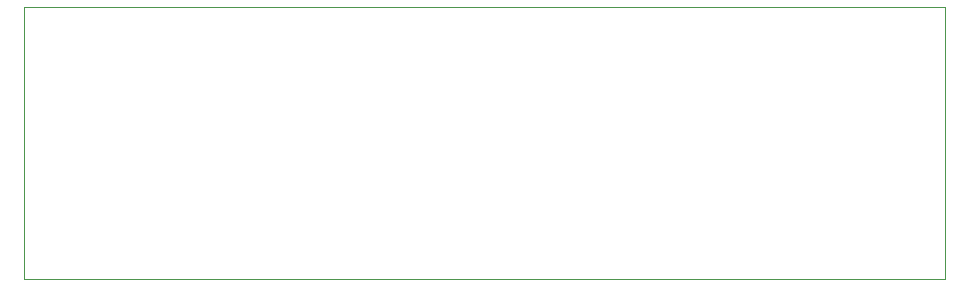
<source format=gm1>
%TF.GenerationSoftware,KiCad,Pcbnew,(6.0.1)*%
%TF.CreationDate,2022-03-04T18:54:33+03:00*%
%TF.ProjectId,MICROSD_EM_V1.1,4d494352-4f53-4445-9f45-4d5f56312e31,rev?*%
%TF.SameCoordinates,Original*%
%TF.FileFunction,Profile,NP*%
%FSLAX46Y46*%
G04 Gerber Fmt 4.6, Leading zero omitted, Abs format (unit mm)*
G04 Created by KiCad (PCBNEW (6.0.1)) date 2022-03-04 18:54:33*
%MOMM*%
%LPD*%
G01*
G04 APERTURE LIST*
%TA.AperFunction,Profile*%
%ADD10C,0.100000*%
%TD*%
G04 APERTURE END LIST*
D10*
X175000000Y-150000000D02*
X97000000Y-150000000D01*
X97000000Y-150000000D02*
X97000000Y-127000000D01*
X97000000Y-127000000D02*
X175000000Y-127000000D01*
X175000000Y-127000000D02*
X175000000Y-150000000D01*
M02*

</source>
